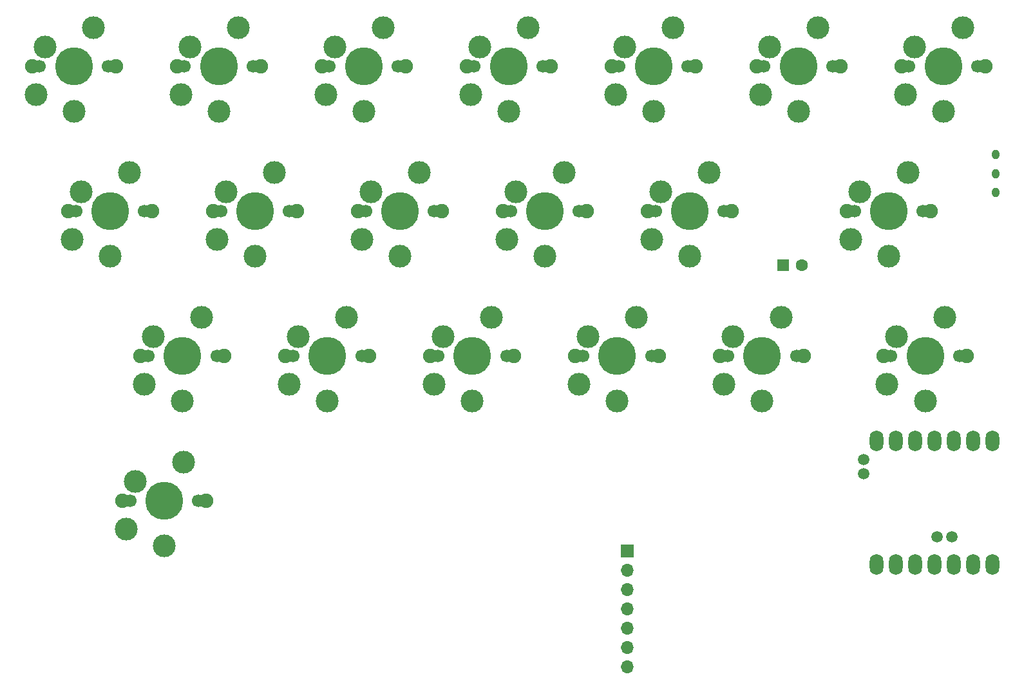
<source format=gbr>
%TF.GenerationSoftware,KiCad,Pcbnew,8.0.7*%
%TF.CreationDate,2025-01-10T20:34:57+09:00*%
%TF.ProjectId,cool937tb_R_v2,636f6f6c-3933-4377-9462-5f525f76322e,rev?*%
%TF.SameCoordinates,Original*%
%TF.FileFunction,Soldermask,Top*%
%TF.FilePolarity,Negative*%
%FSLAX46Y46*%
G04 Gerber Fmt 4.6, Leading zero omitted, Abs format (unit mm)*
G04 Created by KiCad (PCBNEW 8.0.7) date 2025-01-10 20:34:57*
%MOMM*%
%LPD*%
G01*
G04 APERTURE LIST*
%ADD10C,1.900000*%
%ADD11C,1.700000*%
%ADD12C,3.000000*%
%ADD13C,5.000000*%
%ADD14O,1.000000X1.300000*%
%ADD15R,1.700000X1.700000*%
%ADD16O,1.700000X1.700000*%
%ADD17R,1.600000X1.600000*%
%ADD18C,1.600000*%
%ADD19O,1.800000X2.750000*%
%ADD20C,1.500000*%
G04 APERTURE END LIST*
D10*
%TO.C,SW1*%
X-5500000Y0D03*
D11*
X-5080000Y0D03*
D12*
X-5000000Y-3700000D03*
D11*
X-4500000Y0D03*
D12*
X-3810000Y2540000D03*
D13*
X0Y0D03*
D12*
X0Y-5900000D03*
X2540000Y5080000D03*
D11*
X4500000Y0D03*
X5080000Y0D03*
D10*
X5500000Y0D03*
%TD*%
%TO.C,SW8*%
X84987500Y-38100000D03*
D11*
X85407500Y-38100000D03*
D12*
X85487500Y-41800000D03*
D11*
X85987500Y-38100000D03*
D12*
X86677500Y-35560000D03*
D13*
X90487500Y-38100000D03*
D12*
X90487500Y-44000000D03*
X93027500Y-33020000D03*
D11*
X94987500Y-38100000D03*
X95567500Y-38100000D03*
D10*
X95987500Y-38100000D03*
%TD*%
%TO.C,SW15*%
X65937500Y-38100000D03*
D11*
X66357500Y-38100000D03*
D12*
X66437500Y-41800000D03*
D11*
X66937500Y-38100000D03*
D12*
X67627500Y-35560000D03*
D13*
X71437500Y-38100000D03*
D12*
X71437500Y-44000000D03*
X73977500Y-33020000D03*
D11*
X75937500Y-38100000D03*
X76517500Y-38100000D03*
D10*
X76937500Y-38100000D03*
%TD*%
%TO.C,SW16*%
X108800000Y0D03*
D11*
X109220000Y0D03*
D12*
X109300000Y-3700000D03*
D11*
X109800000Y0D03*
D12*
X110490000Y2540000D03*
D13*
X114300000Y0D03*
D12*
X114300000Y-5900000D03*
X116840000Y5080000D03*
D11*
X118800000Y0D03*
X119380000Y0D03*
D10*
X119800000Y0D03*
%TD*%
D14*
%TO.C,SW21*%
X121220000Y-11620000D03*
X121220000Y-14120000D03*
X121220000Y-16620000D03*
%TD*%
D10*
%TO.C,SW13*%
X51650000Y0D03*
D11*
X52070000Y0D03*
D12*
X52150000Y-3700000D03*
D11*
X52650000Y0D03*
D12*
X53340000Y2540000D03*
D13*
X57150000Y0D03*
D12*
X57150000Y-5900000D03*
X59690000Y5080000D03*
D11*
X61650000Y0D03*
X62230000Y0D03*
D10*
X62650000Y0D03*
%TD*%
%TO.C,SW17*%
X70700000Y0D03*
D11*
X71120000Y0D03*
D12*
X71200000Y-3700000D03*
D11*
X71700000Y0D03*
D12*
X72390000Y2540000D03*
D13*
X76200000Y0D03*
D12*
X76200000Y-5900000D03*
X78740000Y5080000D03*
D11*
X80700000Y0D03*
X81280000Y0D03*
D10*
X81700000Y0D03*
%TD*%
%TO.C,SW11*%
X46887500Y-38100000D03*
D11*
X47307500Y-38100000D03*
D12*
X47387500Y-41800000D03*
D11*
X47887500Y-38100000D03*
D12*
X48577500Y-35560000D03*
D13*
X52387500Y-38100000D03*
D12*
X52387500Y-44000000D03*
X54927500Y-33020000D03*
D11*
X56887500Y-38100000D03*
X57467500Y-38100000D03*
D10*
X57887500Y-38100000D03*
%TD*%
%TO.C,SW12*%
X75462500Y-19050000D03*
D11*
X75882500Y-19050000D03*
D12*
X75962500Y-22750000D03*
D11*
X76462500Y-19050000D03*
D12*
X77152500Y-16510000D03*
D13*
X80962500Y-19050000D03*
D12*
X80962500Y-24950000D03*
X83502500Y-13970000D03*
D11*
X85462500Y-19050000D03*
X86042500Y-19050000D03*
D10*
X86462500Y-19050000D03*
%TD*%
%TO.C,SW19*%
X106418750Y-38100000D03*
D11*
X106838750Y-38100000D03*
D12*
X106918750Y-41800000D03*
D11*
X107418750Y-38100000D03*
D12*
X108108750Y-35560000D03*
D13*
X111918750Y-38100000D03*
D12*
X111918750Y-44000000D03*
X114458750Y-33020000D03*
D11*
X116418750Y-38100000D03*
X116998750Y-38100000D03*
D10*
X117418750Y-38100000D03*
%TD*%
%TO.C,SW20*%
X89750000Y0D03*
D11*
X90170000Y0D03*
D12*
X90250000Y-3700000D03*
D11*
X90750000Y0D03*
D12*
X91440000Y2540000D03*
D13*
X95250000Y0D03*
D12*
X95250000Y-5900000D03*
X97790000Y5080000D03*
D11*
X99750000Y0D03*
X100330000Y0D03*
D10*
X100750000Y0D03*
%TD*%
%TO.C,SW3*%
X8787500Y-38100000D03*
D11*
X9207500Y-38100000D03*
D12*
X9287500Y-41800000D03*
D11*
X9787500Y-38100000D03*
D12*
X10477500Y-35560000D03*
D13*
X14287500Y-38100000D03*
D12*
X14287500Y-44000000D03*
X16827500Y-33020000D03*
D11*
X18787500Y-38100000D03*
X19367500Y-38100000D03*
D10*
X19787500Y-38100000D03*
%TD*%
%TO.C,SW7*%
X27837500Y-38100000D03*
D11*
X28257500Y-38100000D03*
D12*
X28337500Y-41800000D03*
D11*
X28837500Y-38100000D03*
D12*
X29527500Y-35560000D03*
D13*
X33337500Y-38100000D03*
D12*
X33337500Y-44000000D03*
X35877500Y-33020000D03*
D11*
X37837500Y-38100000D03*
X38417500Y-38100000D03*
D10*
X38837500Y-38100000D03*
%TD*%
%TO.C,SW10*%
X37362500Y-19050000D03*
D11*
X37782500Y-19050000D03*
D12*
X37862500Y-22750000D03*
D11*
X38362500Y-19050000D03*
D12*
X39052500Y-16510000D03*
D13*
X42862500Y-19050000D03*
D12*
X42862500Y-24950000D03*
X45402500Y-13970000D03*
D11*
X47362500Y-19050000D03*
X47942500Y-19050000D03*
D10*
X48362500Y-19050000D03*
%TD*%
D15*
%TO.C,J1*%
X72730000Y-63790000D03*
D16*
X72730000Y-66330000D03*
X72730000Y-68870000D03*
X72730000Y-71410000D03*
X72730000Y-73950000D03*
X72730000Y-76490000D03*
X72730000Y-79030000D03*
%TD*%
D17*
%TO.C,J8*%
X93206250Y-26193750D03*
D18*
X95726250Y-26193750D03*
%TD*%
D10*
%TO.C,SW5*%
X13550000Y0D03*
D11*
X13970000Y0D03*
D12*
X14050000Y-3700000D03*
D11*
X14550000Y0D03*
D12*
X15240000Y2540000D03*
D13*
X19050000Y0D03*
D12*
X19050000Y-5900000D03*
X21590000Y5080000D03*
D11*
X23550000Y0D03*
X24130000Y0D03*
D10*
X24550000Y0D03*
%TD*%
%TO.C,SW6*%
X18312500Y-19050000D03*
D11*
X18732500Y-19050000D03*
D12*
X18812500Y-22750000D03*
D11*
X19312500Y-19050000D03*
D12*
X20002500Y-16510000D03*
D13*
X23812500Y-19050000D03*
D12*
X23812500Y-24950000D03*
X26352500Y-13970000D03*
D11*
X28312500Y-19050000D03*
X28892500Y-19050000D03*
D10*
X29312500Y-19050000D03*
%TD*%
%TO.C,SW9*%
X32600000Y0D03*
D11*
X33020000Y0D03*
D12*
X33100000Y-3700000D03*
D11*
X33600000Y0D03*
D12*
X34290000Y2540000D03*
D13*
X38100000Y0D03*
D12*
X38100000Y-5900000D03*
X40640000Y5080000D03*
D11*
X42600000Y0D03*
X43180000Y0D03*
D10*
X43600000Y0D03*
%TD*%
%TO.C,SW4*%
X6406250Y-57150000D03*
D11*
X6826250Y-57150000D03*
D12*
X6906250Y-60850000D03*
D11*
X7406250Y-57150000D03*
D12*
X8096250Y-54610000D03*
D13*
X11906250Y-57150000D03*
D12*
X11906250Y-63050000D03*
X14446250Y-52070000D03*
D11*
X16406250Y-57150000D03*
X16986250Y-57150000D03*
D10*
X17406250Y-57150000D03*
%TD*%
%TO.C,SW2*%
X-737500Y-19050000D03*
D11*
X-317500Y-19050000D03*
D12*
X-237500Y-22750000D03*
D11*
X262500Y-19050000D03*
D12*
X952500Y-16510000D03*
D13*
X4762500Y-19050000D03*
D12*
X4762500Y-24950000D03*
X7302500Y-13970000D03*
D11*
X9262500Y-19050000D03*
X9842500Y-19050000D03*
D10*
X10262500Y-19050000D03*
%TD*%
%TO.C,SW18*%
X101656250Y-19050000D03*
D11*
X102076250Y-19050000D03*
D12*
X102156250Y-22750000D03*
D11*
X102656250Y-19050000D03*
D12*
X103346250Y-16510000D03*
D13*
X107156250Y-19050000D03*
D12*
X107156250Y-24950000D03*
X109696250Y-13970000D03*
D11*
X111656250Y-19050000D03*
X112236250Y-19050000D03*
D10*
X112656250Y-19050000D03*
%TD*%
%TO.C,SW14*%
X56412500Y-19050000D03*
D11*
X56832500Y-19050000D03*
D12*
X56912500Y-22750000D03*
D11*
X57412500Y-19050000D03*
D12*
X58102500Y-16510000D03*
D13*
X61912500Y-19050000D03*
D12*
X61912500Y-24950000D03*
X64452500Y-13970000D03*
D11*
X66412500Y-19050000D03*
X66992500Y-19050000D03*
D10*
X67412500Y-19050000D03*
%TD*%
D19*
%TO.C,U1*%
X120806000Y-65540000D03*
X118266000Y-65540000D03*
X115726000Y-65540000D03*
X113186000Y-65540000D03*
X110646000Y-65540000D03*
X108106000Y-65540000D03*
X105566000Y-65540000D03*
X105566000Y-49300000D03*
X108106000Y-49300000D03*
X110646000Y-49300000D03*
X113186000Y-49300000D03*
X115726000Y-49300000D03*
X118266000Y-49300000D03*
X120806000Y-49300000D03*
D20*
X103874000Y-53584600D03*
X103874000Y-51705000D03*
X113503000Y-61865000D03*
X115408000Y-61865000D03*
%TD*%
M02*

</source>
